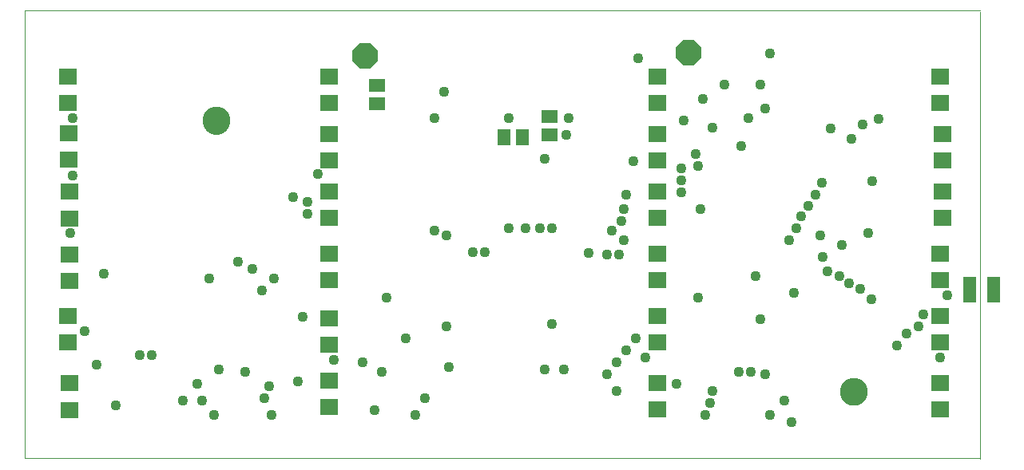
<source format=gts>
G75*
%MOIN*%
%OFA0B0*%
%FSLAX25Y25*%
%IPPOS*%
%LPD*%
%AMOC8*
5,1,8,0,0,1.08239X$1,22.5*
%
%ADD10C,0.00000*%
%ADD11R,0.06506X0.05718*%
%ADD12R,0.07698X0.06899*%
%ADD13R,0.05718X0.06899*%
%ADD14OC8,0.10600*%
%ADD15C,0.11624*%
%ADD16R,0.05600X0.10600*%
%ADD17C,0.04362*%
D10*
X0001800Y0001200D02*
X0001800Y0188161D01*
X0400501Y0188161D01*
X0400661Y0187701D02*
X0400739Y0001000D01*
X0400501Y0001200D02*
X0001800Y0001200D01*
X0076288Y0142200D02*
X0076290Y0142348D01*
X0076296Y0142496D01*
X0076306Y0142644D01*
X0076320Y0142791D01*
X0076338Y0142938D01*
X0076359Y0143084D01*
X0076385Y0143230D01*
X0076415Y0143375D01*
X0076448Y0143519D01*
X0076486Y0143662D01*
X0076527Y0143804D01*
X0076572Y0143945D01*
X0076620Y0144085D01*
X0076673Y0144224D01*
X0076729Y0144361D01*
X0076789Y0144496D01*
X0076852Y0144630D01*
X0076919Y0144762D01*
X0076990Y0144892D01*
X0077064Y0145020D01*
X0077141Y0145146D01*
X0077222Y0145270D01*
X0077306Y0145392D01*
X0077393Y0145511D01*
X0077484Y0145628D01*
X0077578Y0145743D01*
X0077674Y0145855D01*
X0077774Y0145965D01*
X0077876Y0146071D01*
X0077982Y0146175D01*
X0078090Y0146276D01*
X0078201Y0146374D01*
X0078314Y0146470D01*
X0078430Y0146562D01*
X0078548Y0146651D01*
X0078669Y0146736D01*
X0078792Y0146819D01*
X0078917Y0146898D01*
X0079044Y0146974D01*
X0079173Y0147046D01*
X0079304Y0147115D01*
X0079437Y0147180D01*
X0079572Y0147241D01*
X0079708Y0147299D01*
X0079845Y0147354D01*
X0079984Y0147404D01*
X0080125Y0147451D01*
X0080266Y0147494D01*
X0080409Y0147534D01*
X0080553Y0147569D01*
X0080697Y0147601D01*
X0080843Y0147628D01*
X0080989Y0147652D01*
X0081136Y0147672D01*
X0081283Y0147688D01*
X0081430Y0147700D01*
X0081578Y0147708D01*
X0081726Y0147712D01*
X0081874Y0147712D01*
X0082022Y0147708D01*
X0082170Y0147700D01*
X0082317Y0147688D01*
X0082464Y0147672D01*
X0082611Y0147652D01*
X0082757Y0147628D01*
X0082903Y0147601D01*
X0083047Y0147569D01*
X0083191Y0147534D01*
X0083334Y0147494D01*
X0083475Y0147451D01*
X0083616Y0147404D01*
X0083755Y0147354D01*
X0083892Y0147299D01*
X0084028Y0147241D01*
X0084163Y0147180D01*
X0084296Y0147115D01*
X0084427Y0147046D01*
X0084556Y0146974D01*
X0084683Y0146898D01*
X0084808Y0146819D01*
X0084931Y0146736D01*
X0085052Y0146651D01*
X0085170Y0146562D01*
X0085286Y0146470D01*
X0085399Y0146374D01*
X0085510Y0146276D01*
X0085618Y0146175D01*
X0085724Y0146071D01*
X0085826Y0145965D01*
X0085926Y0145855D01*
X0086022Y0145743D01*
X0086116Y0145628D01*
X0086207Y0145511D01*
X0086294Y0145392D01*
X0086378Y0145270D01*
X0086459Y0145146D01*
X0086536Y0145020D01*
X0086610Y0144892D01*
X0086681Y0144762D01*
X0086748Y0144630D01*
X0086811Y0144496D01*
X0086871Y0144361D01*
X0086927Y0144224D01*
X0086980Y0144085D01*
X0087028Y0143945D01*
X0087073Y0143804D01*
X0087114Y0143662D01*
X0087152Y0143519D01*
X0087185Y0143375D01*
X0087215Y0143230D01*
X0087241Y0143084D01*
X0087262Y0142938D01*
X0087280Y0142791D01*
X0087294Y0142644D01*
X0087304Y0142496D01*
X0087310Y0142348D01*
X0087312Y0142200D01*
X0087310Y0142052D01*
X0087304Y0141904D01*
X0087294Y0141756D01*
X0087280Y0141609D01*
X0087262Y0141462D01*
X0087241Y0141316D01*
X0087215Y0141170D01*
X0087185Y0141025D01*
X0087152Y0140881D01*
X0087114Y0140738D01*
X0087073Y0140596D01*
X0087028Y0140455D01*
X0086980Y0140315D01*
X0086927Y0140176D01*
X0086871Y0140039D01*
X0086811Y0139904D01*
X0086748Y0139770D01*
X0086681Y0139638D01*
X0086610Y0139508D01*
X0086536Y0139380D01*
X0086459Y0139254D01*
X0086378Y0139130D01*
X0086294Y0139008D01*
X0086207Y0138889D01*
X0086116Y0138772D01*
X0086022Y0138657D01*
X0085926Y0138545D01*
X0085826Y0138435D01*
X0085724Y0138329D01*
X0085618Y0138225D01*
X0085510Y0138124D01*
X0085399Y0138026D01*
X0085286Y0137930D01*
X0085170Y0137838D01*
X0085052Y0137749D01*
X0084931Y0137664D01*
X0084808Y0137581D01*
X0084683Y0137502D01*
X0084556Y0137426D01*
X0084427Y0137354D01*
X0084296Y0137285D01*
X0084163Y0137220D01*
X0084028Y0137159D01*
X0083892Y0137101D01*
X0083755Y0137046D01*
X0083616Y0136996D01*
X0083475Y0136949D01*
X0083334Y0136906D01*
X0083191Y0136866D01*
X0083047Y0136831D01*
X0082903Y0136799D01*
X0082757Y0136772D01*
X0082611Y0136748D01*
X0082464Y0136728D01*
X0082317Y0136712D01*
X0082170Y0136700D01*
X0082022Y0136692D01*
X0081874Y0136688D01*
X0081726Y0136688D01*
X0081578Y0136692D01*
X0081430Y0136700D01*
X0081283Y0136712D01*
X0081136Y0136728D01*
X0080989Y0136748D01*
X0080843Y0136772D01*
X0080697Y0136799D01*
X0080553Y0136831D01*
X0080409Y0136866D01*
X0080266Y0136906D01*
X0080125Y0136949D01*
X0079984Y0136996D01*
X0079845Y0137046D01*
X0079708Y0137101D01*
X0079572Y0137159D01*
X0079437Y0137220D01*
X0079304Y0137285D01*
X0079173Y0137354D01*
X0079044Y0137426D01*
X0078917Y0137502D01*
X0078792Y0137581D01*
X0078669Y0137664D01*
X0078548Y0137749D01*
X0078430Y0137838D01*
X0078314Y0137930D01*
X0078201Y0138026D01*
X0078090Y0138124D01*
X0077982Y0138225D01*
X0077876Y0138329D01*
X0077774Y0138435D01*
X0077674Y0138545D01*
X0077578Y0138657D01*
X0077484Y0138772D01*
X0077393Y0138889D01*
X0077306Y0139008D01*
X0077222Y0139130D01*
X0077141Y0139254D01*
X0077064Y0139380D01*
X0076990Y0139508D01*
X0076919Y0139638D01*
X0076852Y0139770D01*
X0076789Y0139904D01*
X0076729Y0140039D01*
X0076673Y0140176D01*
X0076620Y0140315D01*
X0076572Y0140455D01*
X0076527Y0140596D01*
X0076486Y0140738D01*
X0076448Y0140881D01*
X0076415Y0141025D01*
X0076385Y0141170D01*
X0076359Y0141316D01*
X0076338Y0141462D01*
X0076320Y0141609D01*
X0076306Y0141756D01*
X0076296Y0141904D01*
X0076290Y0142052D01*
X0076288Y0142200D01*
X0342288Y0029100D02*
X0342290Y0029248D01*
X0342296Y0029396D01*
X0342306Y0029544D01*
X0342320Y0029691D01*
X0342338Y0029838D01*
X0342359Y0029984D01*
X0342385Y0030130D01*
X0342415Y0030275D01*
X0342448Y0030419D01*
X0342486Y0030562D01*
X0342527Y0030704D01*
X0342572Y0030845D01*
X0342620Y0030985D01*
X0342673Y0031124D01*
X0342729Y0031261D01*
X0342789Y0031396D01*
X0342852Y0031530D01*
X0342919Y0031662D01*
X0342990Y0031792D01*
X0343064Y0031920D01*
X0343141Y0032046D01*
X0343222Y0032170D01*
X0343306Y0032292D01*
X0343393Y0032411D01*
X0343484Y0032528D01*
X0343578Y0032643D01*
X0343674Y0032755D01*
X0343774Y0032865D01*
X0343876Y0032971D01*
X0343982Y0033075D01*
X0344090Y0033176D01*
X0344201Y0033274D01*
X0344314Y0033370D01*
X0344430Y0033462D01*
X0344548Y0033551D01*
X0344669Y0033636D01*
X0344792Y0033719D01*
X0344917Y0033798D01*
X0345044Y0033874D01*
X0345173Y0033946D01*
X0345304Y0034015D01*
X0345437Y0034080D01*
X0345572Y0034141D01*
X0345708Y0034199D01*
X0345845Y0034254D01*
X0345984Y0034304D01*
X0346125Y0034351D01*
X0346266Y0034394D01*
X0346409Y0034434D01*
X0346553Y0034469D01*
X0346697Y0034501D01*
X0346843Y0034528D01*
X0346989Y0034552D01*
X0347136Y0034572D01*
X0347283Y0034588D01*
X0347430Y0034600D01*
X0347578Y0034608D01*
X0347726Y0034612D01*
X0347874Y0034612D01*
X0348022Y0034608D01*
X0348170Y0034600D01*
X0348317Y0034588D01*
X0348464Y0034572D01*
X0348611Y0034552D01*
X0348757Y0034528D01*
X0348903Y0034501D01*
X0349047Y0034469D01*
X0349191Y0034434D01*
X0349334Y0034394D01*
X0349475Y0034351D01*
X0349616Y0034304D01*
X0349755Y0034254D01*
X0349892Y0034199D01*
X0350028Y0034141D01*
X0350163Y0034080D01*
X0350296Y0034015D01*
X0350427Y0033946D01*
X0350556Y0033874D01*
X0350683Y0033798D01*
X0350808Y0033719D01*
X0350931Y0033636D01*
X0351052Y0033551D01*
X0351170Y0033462D01*
X0351286Y0033370D01*
X0351399Y0033274D01*
X0351510Y0033176D01*
X0351618Y0033075D01*
X0351724Y0032971D01*
X0351826Y0032865D01*
X0351926Y0032755D01*
X0352022Y0032643D01*
X0352116Y0032528D01*
X0352207Y0032411D01*
X0352294Y0032292D01*
X0352378Y0032170D01*
X0352459Y0032046D01*
X0352536Y0031920D01*
X0352610Y0031792D01*
X0352681Y0031662D01*
X0352748Y0031530D01*
X0352811Y0031396D01*
X0352871Y0031261D01*
X0352927Y0031124D01*
X0352980Y0030985D01*
X0353028Y0030845D01*
X0353073Y0030704D01*
X0353114Y0030562D01*
X0353152Y0030419D01*
X0353185Y0030275D01*
X0353215Y0030130D01*
X0353241Y0029984D01*
X0353262Y0029838D01*
X0353280Y0029691D01*
X0353294Y0029544D01*
X0353304Y0029396D01*
X0353310Y0029248D01*
X0353312Y0029100D01*
X0353310Y0028952D01*
X0353304Y0028804D01*
X0353294Y0028656D01*
X0353280Y0028509D01*
X0353262Y0028362D01*
X0353241Y0028216D01*
X0353215Y0028070D01*
X0353185Y0027925D01*
X0353152Y0027781D01*
X0353114Y0027638D01*
X0353073Y0027496D01*
X0353028Y0027355D01*
X0352980Y0027215D01*
X0352927Y0027076D01*
X0352871Y0026939D01*
X0352811Y0026804D01*
X0352748Y0026670D01*
X0352681Y0026538D01*
X0352610Y0026408D01*
X0352536Y0026280D01*
X0352459Y0026154D01*
X0352378Y0026030D01*
X0352294Y0025908D01*
X0352207Y0025789D01*
X0352116Y0025672D01*
X0352022Y0025557D01*
X0351926Y0025445D01*
X0351826Y0025335D01*
X0351724Y0025229D01*
X0351618Y0025125D01*
X0351510Y0025024D01*
X0351399Y0024926D01*
X0351286Y0024830D01*
X0351170Y0024738D01*
X0351052Y0024649D01*
X0350931Y0024564D01*
X0350808Y0024481D01*
X0350683Y0024402D01*
X0350556Y0024326D01*
X0350427Y0024254D01*
X0350296Y0024185D01*
X0350163Y0024120D01*
X0350028Y0024059D01*
X0349892Y0024001D01*
X0349755Y0023946D01*
X0349616Y0023896D01*
X0349475Y0023849D01*
X0349334Y0023806D01*
X0349191Y0023766D01*
X0349047Y0023731D01*
X0348903Y0023699D01*
X0348757Y0023672D01*
X0348611Y0023648D01*
X0348464Y0023628D01*
X0348317Y0023612D01*
X0348170Y0023600D01*
X0348022Y0023592D01*
X0347874Y0023588D01*
X0347726Y0023588D01*
X0347578Y0023592D01*
X0347430Y0023600D01*
X0347283Y0023612D01*
X0347136Y0023628D01*
X0346989Y0023648D01*
X0346843Y0023672D01*
X0346697Y0023699D01*
X0346553Y0023731D01*
X0346409Y0023766D01*
X0346266Y0023806D01*
X0346125Y0023849D01*
X0345984Y0023896D01*
X0345845Y0023946D01*
X0345708Y0024001D01*
X0345572Y0024059D01*
X0345437Y0024120D01*
X0345304Y0024185D01*
X0345173Y0024254D01*
X0345044Y0024326D01*
X0344917Y0024402D01*
X0344792Y0024481D01*
X0344669Y0024564D01*
X0344548Y0024649D01*
X0344430Y0024738D01*
X0344314Y0024830D01*
X0344201Y0024926D01*
X0344090Y0025024D01*
X0343982Y0025125D01*
X0343876Y0025229D01*
X0343774Y0025335D01*
X0343674Y0025445D01*
X0343578Y0025557D01*
X0343484Y0025672D01*
X0343393Y0025789D01*
X0343306Y0025908D01*
X0343222Y0026030D01*
X0343141Y0026154D01*
X0343064Y0026280D01*
X0342990Y0026408D01*
X0342919Y0026538D01*
X0342852Y0026670D01*
X0342789Y0026804D01*
X0342729Y0026939D01*
X0342673Y0027076D01*
X0342620Y0027215D01*
X0342572Y0027355D01*
X0342527Y0027496D01*
X0342486Y0027638D01*
X0342448Y0027781D01*
X0342415Y0027925D01*
X0342385Y0028070D01*
X0342359Y0028216D01*
X0342338Y0028362D01*
X0342320Y0028509D01*
X0342306Y0028656D01*
X0342296Y0028804D01*
X0342290Y0028952D01*
X0342288Y0029100D01*
D11*
X0220800Y0136460D03*
X0220800Y0143940D03*
X0148800Y0149460D03*
X0148800Y0156940D03*
D12*
X0128800Y0160798D03*
X0128800Y0149602D03*
X0128800Y0136798D03*
X0128800Y0125602D03*
X0128800Y0112798D03*
X0128800Y0101602D03*
X0128800Y0086798D03*
X0128800Y0075602D03*
X0128800Y0059798D03*
X0128800Y0048602D03*
X0128800Y0033798D03*
X0128800Y0022602D03*
X0020600Y0021402D03*
X0020600Y0032598D03*
X0020000Y0049502D03*
X0020000Y0060698D03*
X0020500Y0075202D03*
X0020500Y0086398D03*
X0020500Y0101402D03*
X0020500Y0112598D03*
X0020400Y0125902D03*
X0020400Y0137098D03*
X0020000Y0149502D03*
X0020000Y0160698D03*
X0265800Y0160798D03*
X0265800Y0149602D03*
X0265800Y0136798D03*
X0265800Y0125602D03*
X0265800Y0112798D03*
X0265800Y0101602D03*
X0265800Y0086798D03*
X0265800Y0075602D03*
X0265800Y0060798D03*
X0265800Y0049602D03*
X0265800Y0032798D03*
X0265800Y0021602D03*
X0383800Y0021602D03*
X0383800Y0032798D03*
X0383800Y0049602D03*
X0383800Y0060798D03*
X0383800Y0075602D03*
X0383800Y0086798D03*
X0384800Y0101602D03*
X0384800Y0112798D03*
X0384800Y0125602D03*
X0384800Y0136798D03*
X0383800Y0149602D03*
X0383800Y0160798D03*
D13*
X0209540Y0135200D03*
X0202060Y0135200D03*
D14*
X0143800Y0169400D03*
X0278800Y0170800D03*
D15*
X0081800Y0142200D03*
X0347800Y0029100D03*
D16*
X0396200Y0071800D03*
X0406200Y0071800D03*
D17*
X0386800Y0069200D03*
X0376800Y0061200D03*
X0374800Y0056200D03*
X0369800Y0053200D03*
X0365800Y0048200D03*
X0383800Y0043200D03*
X0355400Y0067700D03*
X0350500Y0072000D03*
X0345800Y0074200D03*
X0341800Y0077200D03*
X0336800Y0079200D03*
X0334800Y0085200D03*
X0342800Y0090200D03*
X0333900Y0094200D03*
X0323800Y0097200D03*
X0325800Y0102200D03*
X0328800Y0106700D03*
X0331800Y0111200D03*
X0334700Y0116200D03*
X0355600Y0116900D03*
X0346900Y0134600D03*
X0338400Y0139000D03*
X0351600Y0140500D03*
X0358200Y0142900D03*
X0310800Y0147200D03*
X0303800Y0143200D03*
X0288800Y0139200D03*
X0276800Y0142200D03*
X0284800Y0151200D03*
X0293800Y0157200D03*
X0308800Y0157200D03*
X0312800Y0170200D03*
X0257800Y0168200D03*
X0228800Y0143200D03*
X0227800Y0136200D03*
X0218800Y0126200D03*
X0252800Y0111200D03*
X0251800Y0105200D03*
X0250800Y0100200D03*
X0246800Y0096200D03*
X0251800Y0092200D03*
X0249800Y0086200D03*
X0244800Y0086200D03*
X0237120Y0086880D03*
X0221800Y0097200D03*
X0216800Y0097200D03*
X0210800Y0097200D03*
X0203800Y0097200D03*
X0193800Y0087200D03*
X0188800Y0087200D03*
X0177800Y0094200D03*
X0172800Y0096200D03*
X0119800Y0103200D03*
X0119800Y0108200D03*
X0113800Y0110200D03*
X0124400Y0120000D03*
X0172800Y0143200D03*
X0176800Y0154200D03*
X0203800Y0143200D03*
X0255800Y0125200D03*
X0275800Y0122200D03*
X0282800Y0123200D03*
X0281800Y0128200D03*
X0300800Y0131600D03*
X0275800Y0117200D03*
X0275800Y0112200D03*
X0283800Y0105200D03*
X0320800Y0092200D03*
X0306800Y0077200D03*
X0322800Y0070200D03*
X0308800Y0059200D03*
X0282800Y0068200D03*
X0256800Y0051200D03*
X0252800Y0046200D03*
X0260800Y0043200D03*
X0248800Y0041200D03*
X0244800Y0036200D03*
X0248800Y0029200D03*
X0226800Y0038200D03*
X0218800Y0038200D03*
X0221800Y0057200D03*
X0177800Y0056200D03*
X0160800Y0051200D03*
X0142800Y0041200D03*
X0150800Y0037200D03*
X0130800Y0042200D03*
X0115800Y0033200D03*
X0103800Y0031200D03*
X0101800Y0026200D03*
X0104800Y0019200D03*
X0080800Y0019200D03*
X0075800Y0025200D03*
X0067800Y0025200D03*
X0073800Y0032200D03*
X0082800Y0038200D03*
X0093800Y0037200D03*
X0054800Y0044200D03*
X0049800Y0044200D03*
X0031800Y0040200D03*
X0026800Y0054200D03*
X0034800Y0078200D03*
X0020800Y0095200D03*
X0021800Y0119200D03*
X0021800Y0143200D03*
X0090800Y0083200D03*
X0096800Y0080200D03*
X0105800Y0076200D03*
X0100800Y0071200D03*
X0078800Y0076200D03*
X0117800Y0060200D03*
X0152800Y0068200D03*
X0178800Y0039200D03*
X0168800Y0026200D03*
X0164800Y0019200D03*
X0147800Y0021200D03*
X0039800Y0023200D03*
X0273800Y0032200D03*
X0288800Y0029200D03*
X0287800Y0024200D03*
X0285800Y0019200D03*
X0312800Y0019200D03*
X0321800Y0016200D03*
X0318800Y0025200D03*
X0310800Y0036200D03*
X0304800Y0037200D03*
X0299800Y0037200D03*
X0353800Y0095200D03*
M02*

</source>
